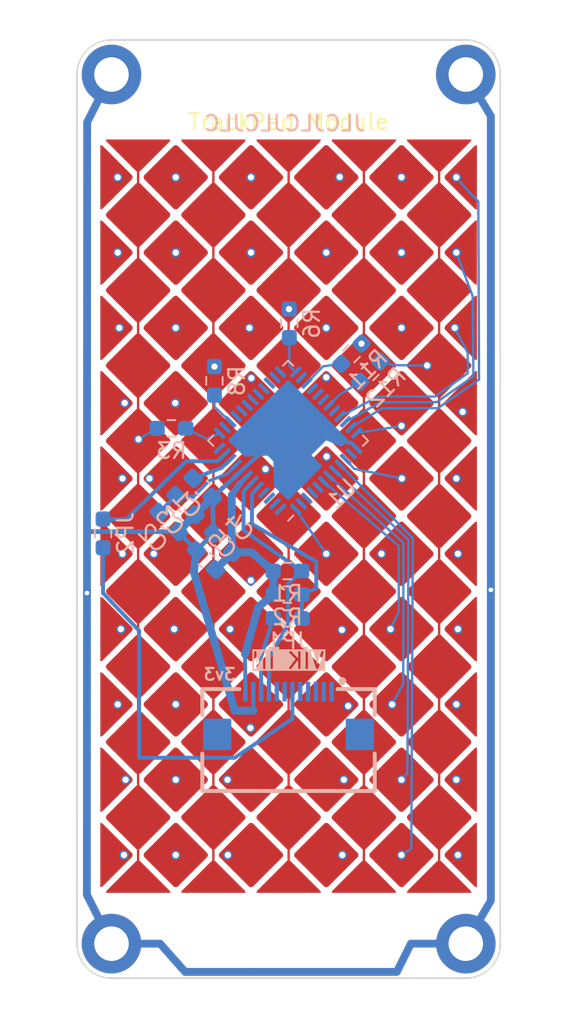
<source format=kicad_pcb>
(kicad_pcb (version 20221018) (generator pcbnew)
  (layers (0 "F.Cu" signal) (1 "In1.Cu" signal) (2 "In2.Cu" signal) (31 "B.Cu" signal) (34 "B.Paste" user) (35 "F.Paste" user) (36 "B.SilkS" user "B.Silkscreen") (37 "F.SilkS" user "F.Silkscreen") (38 "B.Mask" user) (39 "F.Mask" user) (44 "Edge.Cuts" user))
  (net 0 "")
  (net 1 "NRST")
  (net 2 "GND")
  (net 3 "Net-(U1-VREG)")
  (net 4 "EXT_VCC")
  (net 5 "SCL")
  (net 6 "SDA")
  (net 7 "RX0")
  (net 8 "RX2")
  (net 9 "RX6")
  (net 10 "RX8")
  (net 11 "RX1")
  (net 12 "RX3")
  (net 13 "RX5")
  (net 14 "RX7")
  (net 15 "RX9")
  (net 16 "TX14")
  (net 17 "PGM")
  (net 18 "SW_IN")
  (net 19 "RDY")
  (net 20 "RFIN")
  (net 31 "TX0")
  (net 32 "TX1")
  (net 33 "TX2")
  (net 34 "TX3")
  (net 36 "TX4")
  (net 37 "TX5")
  (net 38 "TX6")
  (net 39 "TX7")
  (net 40 "TX8")
  (net 41 "TX9")
  (net 42 "TX10")
  (net 43 "TX11")
  (net 44 "TX12")
  (net 45 "TX13")
  (net 46 "RX0_r")
  (net 47 "RX4")
  (net 48 "RX6_r")
  (net 49 "RX1_r")
  (net 50 "RX7_r")
  (net 51 "RX9_r")
  (net 59 "Net-(J2-GP_AD1)")
  (net 60 "Net-(J2-SDA)")
  (footprint "trackpad_sensors:diamondP3.0" (layer "F.Cu") (at 51.415281 54.55)
    (fp_text reference "27" hide)
    (fp_text value "diamondP3.0")
  )
  (footprint "trackpad_sensors:diamondP3.0" (layer "F.Cu") (at 49.015281 71.35)
    (fp_text reference "41" hide)
    (fp_text value "diamondP3.0")
  )
  (footprint "trackpad_sensors:diamondP3.0" (layer "F.Cu") (at 56.215281 59.35)
    (fp_text reference "33" hide)
    (fp_text value "diamondP3.0")
  )
  (footprint "trackpad_sensors:diamondP3.0" (layer "F.Cu") (at 53.815281 28.15)
    (fp_text reference "57" hide)
    (fp_text value "diamondP3.0")
  )
  (footprint "trackpad_sensors:diamondP3.0" (layer "F.Cu") (at 61.015281 68.95)
    (fp_text reference "44" hide)
    (fp_text value "diamondP3.0")
  )
  (footprint "trackpad_sensors:diamondP3.0" (layer "F.Cu") (at 44.215281 71.35)
    (fp_text reference "40" hide)
    (fp_text value "diamondP3.0")
  )
  (footprint "trackpad_sensors:diamondP3.0" (layer "F.Cu") (at 46.615281 59.35)
    (fp_text reference "31" hide)
    (fp_text value "diamondP3.0")
  )
  (footprint "trackpad_sensors:edge_diamondP3" (layer "F.Cu") (at 63.415281 61.75)
    (fp_text reference "REF**19" hide)
    (fp_text value "edge_diamondP3")
  )
  (footprint "trackpad_sensors:diamondP3.0" (layer "F.Cu") (at 41.815281 49.75)
    (fp_text reference "20" hide)
    (fp_text value "diamondP3.0")
  )
  (footprint "trackpad_sensors:diamondP3.0" (layer "F.Cu") (at 49.015281 42.55)
    (fp_text reference "11" hide)
    (fp_text value "diamondP3.0")
  )
  (footprint "trackpad_sensors:edge_diamondP3" (layer "F.Cu") (at 39.415281 56.95 180)
    (fp_text reference "REF**5" hide)
    (fp_text value "edge_diamondP3")
  )
  (footprint "trackpad_sensors:edge_diamondP3" (layer "F.Cu") (at 41.815281 25.75 90)
    (fp_text reference "REF**" hide)
    (fp_text value "edge_diamondP3")
  )
  (footprint "trackpad_sensors:edge_diamondP3" (layer "F.Cu") (at 63.415281 56.95)
    (fp_text reference "REF**18" hide)
    (fp_text value "edge_diamondP3")
  )
  (footprint "trackpad_sensors:diamondP3.0" (layer "F.Cu") (at 53.815281 42.55)
    (fp_text reference "12" hide)
    (fp_text value "diamondP3.0")
  )
  (footprint "trackpad_sensors:diamondP3.0" (layer "F.Cu") (at 56.215281 40.15)
    (fp_text reference "13" hide)
    (fp_text value "diamondP3.0")
  )
  (footprint "trackpad_sensors:diamondP3.0" (layer "F.Cu") (at 56.215281 49.75)
    (fp_text reference "23" hide)
    (fp_text value "diamondP3.0")
  )
  (footprint "trackpad_sensors:edge_diamondP3" (layer "F.Cu") (at 39.415281 47.35 180)
    (fp_text reference "REF**3" hide)
    (fp_text value "edge_diamondP3")
  )
  (footprint "trackpad_sensors:diamondP3.0" (layer "F.Cu") (at 49.015281 32.95)
    (fp_text reference "1" hide)
    (fp_text value "diamondP3.0")
  )
  (footprint "trackpad_sensors:diamondP3.0" (layer "F.Cu") (at 51.415281 59.35)
    (fp_text reference "32" hide)
    (fp_text value "diamondP3.0")
  )
  (footprint "trackpad_sensors:diamondP3.0" (layer "F.Cu") (at 58.615281 28.15)
    (fp_text reference "58" hide)
    (fp_text value "diamondP3.0")
  )
  (footprint "trackpad_sensors:edge_diamondP3" (layer "F.Cu") (at 46.615281 73.75 -90)
    (fp_text reference "REF**28" hide)
    (fp_text value "edge_diamondP3")
  )
  (footprint "trackpad_sensors:diamondP3.0" (layer "F.Cu") (at 46.615281 40.15)
    (fp_text reference "11" hide)
    (fp_text value "diamondP3.0")
  )
  (footprint "trackpad_sensors:edge_diamondP3" (layer "F.Cu") (at 63.415281 52.15)
    (fp_text reference "REF**17" hide)
    (fp_text value "edge_diamondP3")
  )
  (footprint "trackpad_sensors:diamondP3.0" (layer "F.Cu") (at 44.215281 42.55)
    (fp_text reference "10" hide)
    (fp_text value "diamondP3.0")
  )
  (footprint "trackpad_sensors:diamondP3.0" (layer "F.Cu") (at 44.215281 66.55)
    (fp_text reference "35" hide)
    (fp_text value "diamondP3.0")
  )
  (footprint "trackpad_sensors:edge_diamondP3" (layer "F.Cu") (at 56.215281 73.75 -90)
    (fp_text reference "REF**26" hide)
    (fp_text value "edge_diamondP3")
  )
  (footprint "trackpad_sensors:diamondP3.0" (layer "F.Cu") (at 58.615281 32.95)
    (fp_text reference "3" hide)
    (fp_text value "diamondP3.0")
  )
  (footprint "trackpad_sensors:diamondP3.0" (layer "F.Cu") (at 56.215281 35.35)
    (fp_text reference "8" hide)
    (fp_text value "diamondP3.0")
  )
  (footprint "trackpad_sensors:diamondP3.0" (layer "F.Cu") (at 49.015281 61.75)
    (fp_text reference "31" hide)
    (fp_text value "diamondP3.0")
  )
  (footprint "trackpad_sensors:diamondP3.0" (layer "F.Cu") (at 51.415281 35.35)
    (fp_text reference "7" hide)
    (fp_text value "diamondP3.0")
  )
  (footprint "trackpad_sensors:diamondP3.0" (layer "F.Cu") (at 58.615281 61.75)
    (fp_text reference "33" hide)
    (fp_text value "diamondP3.0")
  )
  (footprint "trackpad_sensors:edge_diamondP3" (layer "F.Cu") (at 63.415281 28.15)
    (fp_text reference "REF**" hide)
    (fp_text value "edge_diamondP3")
  )
  (footprint "trackpad_sensors:diamondP3.0" (layer "F.Cu") (at 44.215281 32.95)
    (fp_text reference "" hide)
    (fp_text value "diamondP3.0")
  )
  (footprint "trackpad_sensors:diamondP3.0" (layer "F.Cu") (at 56.215281 54.55)
    (fp_text reference "28" hide)
    (fp_text value "diamondP3.0")
  )
  (footprint "trackpad_sensors:diamondP3.0" (layer "F.Cu") (at 61.015281 44.95)
    (fp_text reference "19" hide)
    (fp_text value "diamondP3.0")
  )
  (footprint "trackpad_sensors:diamondP3.0" (layer "F.Cu") (at 53.815281 32.95)
    (fp_text reference "2" hide)
    (fp_text value "diamondP3.0")
  )
  (footprint "" (layer "F.Cu") (at 42.915281 20.299714)
    (fp_text reference "")
    (fp_text value "")
  )
  (footprint "MountingHole:MountingHole_2.2mm_M2_DIN965_Pad" (layer "F.Cu") (at 62.715281 21.599714)
    (fp_text reference "H3" hide)
    (fp_text value "MountingHole_Pad")
  )
  (footprint "trackpad_sensors:diamondP3.0" (layer "F.Cu") (at 49.015281 28.15)
    (fp_text reference "56" hide)
    (fp_text value "diamondP3.0")
  )
  (footprint "trackpad_sensors:diamondP3.0" (layer "F.Cu") (at 51.415281 49.75)
    (fp_text reference "22" hide)
    (fp_text value "diamondP3.0")
  )
  (footprint "trackpad_sensors:diamondP3.0" (layer "F.Cu") (at 49.015281 47.35)
    (fp_text reference "16" hide)
    (fp_text value "diamondP3.0")
  )
  (footprint "trackpad_sensors:edge_diamondP3" (layer "F.Cu") (at 56.215281 25.75 90)
    (fp_text reference "REF**28" hide)
    (fp_text value "edge_diamondP3")
  )
  (footprint "trackpad_sensors:diamondP3.0" (layer "F.Cu") (at 56.215281 30.55)
    (fp_text reference "3" hide)
    (fp_text value "diamondP3.0")
  )
  (footprint "trackpad_sensors:diamondP3.0" (layer "F.Cu") (at 61.015281 35.35)
    (fp_text reference "9" hide)
    (fp_text value "diamondP3.0")
  )
  (footprint "MountingHole:MountingHole_2.2mm_M2_DIN965_Pad" (layer "F.Cu") (at 40.115281 21.599714)
    (fp_text reference "H2" hide)
    (fp_text value "MountingHole_Pad")
  )
  (footprint "trackpad_sensors:diamondP3.0" (layer "F.Cu") (at 58.615281 47.35)
    (fp_text reference "18" hide)
    (fp_text value "diamondP3.0")
  )
  (footprint "trackpad_sensors:edge_diamondP3" (layer "F.Cu") (at 61.015281 73.75 -90)
    (fp_text reference "REF**" hide)
    (fp_text value "edge_diamondP3")
  )
  (footprint "trackpad_sensors:diamondP3.0" (layer "F.Cu") (at 61.015281 64.15)
    (fp_text reference "39" hide)
    (fp_text value "diamondP3.0")
  )
  (footprint "trackpad_sensors:diamondP3.0" (layer "F.Cu") (at 53.815281 37.75)
    (fp_text reference "7" hide)
    (fp_text value "diamondP3.0")
  )
  (footprint "trackpad_sensors:edge_diamondP3" (layer "F.Cu") (at 39.415281 71.35 180)
    (fp_text reference "REF**12" hide)
    (fp_text value "edge_diamondP3")
  )
  (footprint "" (layer "F.Cu") (at 42.79196 78.337026)
    (fp_text reference "")
    (fp_text value "")
  )
  (footprint "trackpad_sensors:diamondP3.0" (layer "F.Cu") (at 58.615281 56.95)
    (fp_text reference "28" hide)
    (fp_text value "diamondP3.0")
  )
  (footprint "trackpad_sensors:diamondP3.0" (layer "F.Cu") (at 46.615281 30.55)
    (fp_text reference "1" hide)
    (fp_text value "diamondP3.0")
  )
  (footprint "trackpad_sensors:edge_diamondP3" (layer "F.Cu") (at 63.415281 42.55)
    (fp_text reference "REF**15" hide)
    (fp_text value "edge_diamondP3")
  )
  (footprint "trackpad_sensors:diamondP3.0" (layer "F.Cu") (at 51.415281 30.55)
    (fp_text reference "2" hide)
    (fp_text value "diamondP3.0")
  )
  (footprint "trackpad_sensors:diamondP3.0" (layer "F.Cu") (at 41.815281 30.55)
    (fp_text reference "" hide)
    (fp_text value "diamondP3.0")
  )
  (footprint "trackpad_sensors:diamondP3.0" (layer "F.Cu") (at 46.615281 49.75)
    (fp_text reference "21" hide)
    (fp_text value "diamondP3.0")
  )
  (footprint "MountingHole:MountingHole_2.2mm_M2_DIN965_Pad" (layer "F.Cu") (at 62.715281 76.999714)
    (fp_text reference "H5" hide)
    (fp_text value "MountingHole_Pad")
  )
  (footprint "" (layer "F.Cu") (at 60.115281 78.399714)
    (fp_text reference "")
    (fp_text value "")
  )
  (footprint "trackpad_sensors:diamondP3.0" (layer "F.Cu") (at 44.215281 28.15)
    (fp_text reference "55" hide)
    (fp_text value "diamondP3.0")
  )
  (footprint "trackpad_sensors:diamondP3.0" (layer "F.Cu") (at 44.215281 56.95)
    (fp_text reference "25" hide)
    (fp_text value "diamondP3.0")
  )
  (footprint "trackpad_sensors:diamondP3.0" (layer "F.Cu") (at 56.215281 68.95)
    (fp_text reference "43" hide)
    (fp_text value "diamondP3.0")
  )
  (footprint "trackpad_sensors:diamondP3.0" (layer "F.Cu") (at 46.615281 54.55)
    (fp_text reference "26" hide)
    (fp_text value "diamondP3.0")
  )
  (footprint "MountingHole:MountingHole_2.2mm_M2_DIN965_Pad" (layer "F.Cu") (at 40.115281 76.999714)
    (fp_text reference "H4" hide)
    (fp_text value "MountingHole_Pad")
  )
  (footprint "trackpad_sensors:diamondP3.0" (layer "F.Cu") (at 49.015281 37.75)
    (fp_text reference "6" hide)
    (fp_text value "diamondP3.0")
  )
  (footprint "trackpad_sensors:diamondP3.0" (layer "F.Cu") (at 41.815281 64.15)
    (fp_text reference "35" hide)
    (fp_text value "diamondP3.0")
  )
  (footprint "trackpad_sensors:diamondP3.0" (layer "F.Cu") (at 56.215281 44.95)
    (fp_text reference "18" hide)
    (fp_text value "diamondP3.0")
  )
  (footprint "trackpad_sensors:edge_diamondP3" (layer "F.Cu") (at 39.415281 42.55 180)
    (fp_text reference "REF**2" hide)
    (fp_text value "edge_diamondP3")
  )
  (footprint "trackpad_sensors:edge_diamondP3" (layer "F.Cu") (at 63.415281 47.35)
    (fp_text reference "REF**16" hide)
    (fp_text value "edge_diamondP3")
  )
  (footprint "trackpad_sensors:edge_diamondP3" (layer "F.Cu") (at 41.815281 73.75 -90)
    (fp_text reference "REF**29" hide)
    (fp_text value "edge_diamondP3")
  )
  (footprint "trackpad_sensors:diamondP3.0" (layer "F.Cu") (at 51.415281 64.15)
    (fp_text reference "37" hide)
    (fp_text value "diamondP3.0")
  )
  (footprint "trackpad_sensors:diamondP3.0" (layer "F.Cu") (at 58.615281 52.15)
    (fp_text reference "23" hide)
    (fp_text value "diamondP3.0")
  )
  (footprint "trackpad_sensors:edge_diamondP3" (layer "F.Cu") (at 51.415281 73.75 -90)
    (fp_text reference "REF**27" hide)
    (fp_text value "edge_diamondP3")
  )
  (footprint "trackpad_sensors:edge_diamondP3" (layer "F.Cu") (at 39.415281 32.95 180)
    (fp_text reference "REF**" hide)
    (fp_text value "edge_diamondP3")
  )
  (footprint "trackpad_sensors:edge_diamondP3" (layer "F.Cu") (at 46.615281 25.75 90)
    (fp_text reference "REF**26" hide)
    (fp_text value "edge_diamondP3")
  )
  (footprint "trackpad_sensors:diamondP3.0" (layer "F.Cu") (at 61.015281 59.35)
    (fp_text reference "34" hide)
    (fp_text value "diamondP3.0")
  )
  (footprint "trackpad_sensors:diamondP3.0" (layer "F.Cu") (at 53.815281 47.35)
    (fp_text reference "17" hide)
    (fp_text value "diamondP3.0")
  )
  (footprint "trackpad_sensors:diamondP3.0" (layer "F.Cu") (at 58.615281 42.55)
    (fp_text reference "13" hide)
    (fp_text value "diamondP3.0")
  )
  (footprint "trackpad_sensors:diamondP3.0" (layer "F.Cu") (at 41.815281 68.95)
    (fp_text reference "40" hide)
    (fp_text value "diamondP3.0")
  )
  (footprint "trackpad_sensors:edge_diamondP3" (layer "F.Cu") (at 39.415281 61.75 180)
    (fp_text reference "REF**6" hide)
    (fp_text value "edge_diamondP3")
  )
  (footprint "trackpad_sensors:edge_diamondP3" (layer "F.Cu") (at 39.415281 28.15 180)
    (fp_text reference "REF**" hide)
    (fp_text value "edge_diamondP3")
  )
  (footprint "trackpad_sensors:diamondP3.0" (layer "F.Cu") (at 49.015281 66.55)
    (fp_text reference "36" hide)
    (fp_text value "diamondP3.0")
  )
  (footprint "trackpad_sensors:edge_diamondP3" (layer "F.Cu") (at 39.415281 52.15 180)
    (fp_text reference "REF**4" hide)
    (fp_text value "edge_diamondP3")
  )
  (footprint "trackpad_sensors:edge_diamondP3" (layer "F.Cu") (at 61.015281 25.75 90)
    (fp_text reference "REF**29" hide)
    (fp_text value "edge_diamondP3")
  )
  (footprint "trackpad_sensors:diamondP3.0" (layer "F.Cu") (at 61.015281 40.15)
    (fp_text reference "14" hide)
    (fp_text value "diamondP3.0")
  )
  (footprint "trackpad_sensors:diamondP3.0" (layer "F.Cu") (at 41.815281 40.15)
    (fp_text reference "10" hide)
    (fp_text value "diamondP3.0")
  )
  (footprint "trackpad_sensors:diamondP3.0" (layer "F.Cu") (at 44.215281 52.15)
    (fp_text reference "20" hide)
    (fp_text value "diamondP3.0")
  )
  (footprint "trackpad_sensors:diamondP3.0" (layer "F.Cu") (at 44.215281 37.75)
    (fp_text reference "5" hide)
    (fp_text value "diamondP3.0")
  )
  (footprint "trackpad_sensors:edge_diamondP3" (layer "F.Cu") (at 63.415281 71.35)
    (fp_text reference "REF**25" hide)
    (fp_text value "edge_diamondP3")
  )
  (footprint "trackpad_sensors:diamondP3.0" (layer "F.Cu") (at 58.615281 66.55)
    (fp_text reference "38" hide)
    (fp_text value "diamondP3.0")
  )
  (footprint "trackpad_sensors:diamondP3.0" (layer "F.Cu") (at 58.615281 71.35)
    (fp_text reference "43" hide)
    (fp_text value "diamondP3.0")
  )
  (footprint "trackpad_sensors:diamondP3.0" (layer "F.Cu") (at 53.815281 66.55)
    (fp_text reference "37" hide)
    (fp_text value "diamondP3.0")
  )
  (footprint "trackpad_sensors:diamondP3.0" (layer "F.Cu") (at 46.615281 68.95)
    (fp_text reference "41" hide)
    (fp_text value "diamondP3.0")
  )
  (footprint "trackpad_sensors:diamondP3.0" (layer "F.Cu") (at 49.015281 56.95)
    (fp_text reference "26" hide)
    (fp_text value "diamondP3.0")
  )
  (footprint "trackpad_sensors:diamondP3.0" (layer "F.Cu") (at 61.015281 54.55)
    (fp_text reference "29" hide)
    (fp_text value "diamondP3.0")
  )
  (footprint "trackpad_sensors:diamondP3.0" (layer "F.Cu") (at 61.015281 49.75)
    (fp_text reference "24" hide)
    (fp_text value "diamondP3.0")
  )
  (footprint "trackpad_sensors:edge_diamondP3" (layer "F.Cu") (at 63.415281 32.95)
    (fp_text reference "REF**13" hide)
    (fp_text value "edge_diamondP3")
  )
  (footprint "trackpad_sensors:diamondP3.0" (layer "F.Cu") (at 41.815281 54.55)
    (fp_text reference "25" hide)
    (fp_text value "diamondP3.0")
  )
  (footprint "trackpad_sensors:diamondP3.0" (layer "F.Cu") (at 46.615281 35.35)
    (fp_text reference "6" hide)
    (fp_text value "diamondP3.0")
  )
  (footprint "trackpad_sensors:diamondP3.0" (layer "F.Cu") (at 53.815281 52.15)
    (fp_text reference "22" hide)
    (fp_text value "diamondP3.0")
  )
  (footprint "trackpad_sensors:diamondP3.0" (layer "F.Cu") (at 41.815281 59.35)
    (fp_text reference "30" hide)
    (fp_text value "diamondP3.0")
  )
  (footprint "trackpad_sensors:diamondP3.0" (layer "F.Cu") (at 53.815281 56.95)
    (fp_text reference "27" hide)
    (fp_text value "diamondP3.0")
  )
  (footprint "trackpad_sensors:diamondP3.0" (layer "F.Cu") (at 44.215281 47.35)
    (fp_text reference "15" hide)
    (fp_text value "diamondP3.0")
  )
  (footprint "trackpad_sensors:diamondP3.0" (layer "F.Cu") (at 46.615281 44.95)
    (fp_text reference "16" hide)
    (fp_text value "diamondP3.0")
  )
  (footprint "trackpad_sensors:diamondP3.0" (layer "F.Cu") (at 41.815281 44.95)
    (fp_text reference "15" hide)
    (fp_text value "diamondP3.0")
  )
  (footprint "trackpad_sensors:edge_diamondP3" (layer "F.Cu") (at 39.415281 37.75 180)
    (fp_text reference "REF**1" hide)
    (fp_text value "edge_diamondP3")
  )
  (footprint "trackpad_sensors:diamondP3.0" (layer "F.Cu") (at 61.015281 30.55)
    (fp_text reference "4" hide)
    (fp_text value "diamondP3.0")
  )
  (footprint "trackpad_sensors:diamondP3.0" (layer "F.Cu") (at 44.215281 61.75)
    (fp_text reference "30" hide)
    (fp_text value "diamondP3.0")
  )
  (footprint "trackpad_sensors:edge_diamondP3" (layer "F.Cu") (at 63.415281 66.55)
    (fp_text reference "REF**20" hide)
    (fp_text value "edge_diamondP3")
  )
  (footprint "trackpad_sensors:edge_diamondP3" (layer "F.Cu") (at 51.415281 25.75 90)
    (fp_text reference "REF**27" hide)
    (fp_text value "edge_diamondP3")
  )
  (footprint "trackpad_sensors:diamondP3.0" (layer "F.Cu") (at 46.615281 64.15)
    (fp_text reference "36" hide)
    (fp_text value "diamondP3.0")
  )
  (footprint "trackpad_sensors:diamondP3.0" (layer "F.Cu") (at 58.615281 37.75)
    (fp_text reference "8" hide)
    (fp_text value "diamondP3.0")
  )
  (footprint "trackpad_sensors:diamondP3.0" (layer "F.Cu") (at 56.215281 64.15)
    (fp_text reference "38" hide)
    (fp_text value "diamondP3.0")
  )
  (footprint "trackpad_sensors:diamondP3.0" (layer "F.Cu") (at 53.815281 61.75)
    (fp_text reference "32" hide)
    (fp_text value "diamondP3.0")
  )
  (footprint "trackpad_sensors:diamondP3.0" (layer "F.Cu") (at 53.815281 71.35)
    (fp_text reference "42" hide)
    (fp_text value "diamondP3.0")
  )
  (footprint "trackpad_sensors:diamondP3.0" (layer "F.Cu") (at 51.415281 68.95)
    (fp_text reference "42" hide)
    (fp_text value "diamondP3.0")
  )
  (footprint "trackpad_sensors:diamondP3.0" (layer "F.Cu") (at 51.415281 40.15)
    (fp_text reference "12" hide)
    (fp_text value "diamondP3.0")
  )
  (footprint "trackpad_sensors:diamondP3.0" (layer "F.Cu") (at 51.415281 44.95)
    (fp_text reference "17" hide)
    (fp_text value "diamondP3.0")
  )
  (footprint "trackpad_sensors:edge_diamondP3" (layer "F.Cu") (at 63.415281 37.75)
    (fp_text reference "REF**14" hide)
    (fp_text value "edge_diamondP3")
  )
  (footprint "trackpad_sensors:diamondP3.0" (layer "F.Cu") (at 49.015281 52.15)
    (fp_text reference "21" hide)
    (fp_text value "diamondP3.0")
  )
  (footprint "trackpad_sensors:diamondP3.0" (layer "F.Cu") (at 41.815281 35.35)
    (fp_text reference "5" hide)
    (fp_text value "diamondP3.0")
  )
  (footprint "trackpad_sensors:edge_diamondP3" (layer "F.Cu") (at 39.415281 66.55 180)
    (fp_text reference "REF**7" hide)
    (fp_text value "edge_diamondP3")
  )
  (footprint "Capacitor_SMD:C_0603_1608Metric_Pad1.08x0.95mm_HandSolder" (layer "B.Cu") (at 46.138427 52.55 135)
    (fp_text reference "C5")
    (fp_text value "4.7u")
  )
  (footprint "Capacitor_SMD:C_0603_1608Metric_Pad1.08x0.95mm_HandSolder" (layer "B.Cu") (at 47.238427 51.45 135)
    (fp_text reference "C4")
    (fp_text value "100p")
  )
  (footprint "Resistor_SMD:R_0603_1608Metric_Pad0.98x0.95mm_HandSolder" (layer "B.Cu") (at 51.46114 37.458057 90)
    (fp_text reference "R6")
    (fp_text value "1k")
  )
  (footprint "Resistor_SMD:R_0603_1608Metric_Pad0.98x0.95mm_HandSolder" (layer "B.Cu") (at 46.682675 41.127038 90)
    (fp_text reference "R8")
    (fp_text value "1k")
  )
  (footprint "Resistor_SMD:R_0603_1608Metric_Pad0.98x0.95mm_HandSolder" (layer "B.Cu") (at 43.938427 44.15)
    (fp_text reference "R3")
    (fp_text value "1k")
  )
  (footprint "Capacitor_SMD:C_0603_1608Metric_Pad1.08x0.95mm_HandSolder" (layer "B.Cu") (at 44.838427 49.05 -45)
    (fp_text reference "C3")
    (fp_text value "470n")
  )
  (footprint "Resistor_SMD:R_0603_1608Metric_Pad0.98x0.95mm_HandSolder" (layer "B.Cu") (at 51.349647 56.271359)
    (fp_text reference "JP1")
    (fp_text value "SolderJumper_2_Open")
  )
  (footprint "Package_DFN_QFN:QFN-48-1EP_7x7mm_P0.5mm_EP5.6x5.6mm" (layer "B.Cu") (at 51.382675 44.937089 45)
    (fp_text reference "U1")
    (fp_text value "~")
  )
  (footprint "Resistor_SMD:R_0603_1608Metric_Pad0.98x0.95mm_HandSolder" (layer "B.Cu") (at 39.576854 50.849714 90)
    (fp_text reference "JP2")
    (fp_text value "SolderJumper_2_Open")
  )
  (footprint "Resistor_SMD:R_0603_1608Metric_Pad0.98x0.95mm_HandSolder" (layer "B.Cu") (at 51.338427 54.749714)
    (fp_text reference "R2")
    (fp_text value "4.7k")
  )
  (footprint "Capacitor_SMD:C_0603_1608Metric_Pad1.08x0.95mm_HandSolder" (layer "B.Cu") (at 45.938427 47.95 -45)
    (fp_text reference "C1")
    (fp_text value "100n")
  )
  (footprint "Capacitor_SMD:C_0603_1608Metric_Pad1.08x0.95mm_HandSolder" (layer "B.Cu") (at 43.763032 50.128418 -45)
    (fp_text reference "C2")
    (fp_text value "100p")
  )
  (footprint "Resistor_SMD:R_0603_1608Metric_Pad0.98x0.95mm_HandSolder" (layer "B.Cu") (at 56.61528 40.543962 45)
    (fp_text reference "R12")
    (fp_text value "1k")
  )
  (footprint "Resistor_SMD:R_0603_1608Metric_Pad0.98x0.95mm_HandSolder" (layer "B.Cu") (at 55.415281 39.399714 45)
    (fp_text reference "R11")
    (fp_text value "1k")
  )
  (footprint "cust_fp:vik-module-connector-horizontal" (layer "B.Cu") (at 51.408051 62.973043 180)
    (fp_text reference "J2" hide)
    (fp_text value "vik-module-connector")
  )
  (footprint "Resistor_SMD:R_0603_1608Metric_Pad0.98x0.95mm_HandSolder" (layer "B.Cu") (at 51.338427 53.25)
    (fp_text reference "R1")
    (fp_text value "4.7k")
  )
  (gr_arc (start 37.915281 21.599714) (mid 38.559638 20.044054) (end 40.115281 19.399714) (stroke (width 0.1)) (layer "Edge.Cuts"))
  (gr_line (start 37.915281 76.998398) (end 37.915281 21.599714) (stroke (width 0.1)) (layer "Edge.Cuts"))
  (gr_line (start 40.115281 19.399714) (end 62.715281 19.399714) (stroke (width 0.1)) (layer "Edge.Cuts"))
  (gr_arc (start 62.715281 19.399714) (mid 64.270941 20.044064) (end 64.915281 21.599714) (stroke (width 0.1)) (layer "Edge.Cuts"))
  (gr_line (start 64.915281 21.599714) (end 64.915281 76.998398) (stroke (width 0.1)) (layer "Edge.Cuts"))
  (gr_line (start 62.715281 79.198398) (end 40.115281 79.198398) (stroke (width 0.1)) (layer "Edge.Cuts"))
  (gr_arc (start 40.115281 79.198398) (mid 38.559677 78.554017) (end 37.915281 76.998398) (stroke (width 0.1)) (layer "Edge.Cuts"))
  (gr_arc (start 64.915281 76.998398) (mid 64.270914 78.554018) (end 62.715281 79.198398) (stroke (width 0.1)) (layer "Edge.Cuts"))
  (gr_text "JLCJLCJLCJLC\n" (at 56.415281 25.299714) (layer "B.SilkS") (effects (font (size 1 1)) (justify left bottom mirror)))
  (gr_text "TrackPad Module\n" (at 51.415281 25.199714) (layer "F.SilkS") (effects (font (size 1 1)) (justify bottom)))
  (segment (start 47.133699 46.673616) (end 45.328547 47.34012) (width 0.25) (layer "B.Cu") (net 1))
  (segment (start 47.714559 46.130332) (end 47.133699 46.673616) (width 0.25) (layer "B.Cu") (net 1))
  (via (at 64.315281 54.45) (size 0.45) (drill 0.3) (layers "F.Cu" "B.Cu") (net 2))
  (via (at 38.552795 54.65) (size 0.45) (drill 0.3) (layers "F.Cu" "B.Cu") (net 2))
  (segment (start 48.421665 46.837438) (end 46.548307 48.55988) (width 0.3) (layer "B.Cu") (net 2))
  (segment (start 40.115281 76.999714) (end 38.801152 74.387275) (width 0.5) (layer "B.Cu") (net 2))
  (segment (start 38.549428 65.249714) (end 38.546686 73.881405) (width 0.5) (layer "B.Cu") (net 2))
  (segment (start 64.315281 24.25) (end 62.715281 21.599714) (width 0.5) (layer "B.Cu") (net 2))
  (segment (start 47.976854 62.149714) (end 45.376854 53.349714) (width 0.5) (layer "B.Cu") (net 2))
  (segment (start 46.628547 50.84012) (end 45.528547 51.94012) (width 0.3) (layer "B.Cu") (net 2))
  (segment (start 58.315281 78.799714) (end 59.215281 76.999714) (width 0.5) (layer "B.Cu") (net 2))
  (segment (start 54.838427 44.9941) (end 54.538427 44.95) (width 0.25) (layer "B.Cu") (net 2))
  (segment (start 64.315281 54.45) (end 64.315281 74.25) (width 0.5) (layer "B.Cu") (net 2))
  (segment (start 38.554038 50.736082) (end 38.562321 24.664472) (width 0.5) (layer "B.Cu") (net 2))
  (segment (start 38.552795 54.65) (end 38.549428 65.249714) (width 0.5) (layer "B.Cu") (net 2))
  (segment (start 38.546686 73.881405) (end 38.801152 74.387275) (width 0.5) (layer "B.Cu") (net 2))
  (segment (start 38.570944 24.622613) (end 40.115281 21.599714) (width 0.5) (layer "B.Cu") (net 2))
  (segment (start 49.158051 60.935043) (end 49.176854 62.149714) (width 0.25) (layer "B.Cu") (net 2))
  (segment (start 48.838427 78.799714) (end 44.815281 78.799714) (width 0.5) (layer "B.Cu") (net 2))
  (segment (start 44.372912 50.738298) (end 38.554038 50.736082) (width 0.3) (layer "B.Cu") (net 2))
  (segment (start 64.315281 74.25) (end 62.715281 76.999714) (width 0.5) (layer "B.Cu") (net 2))
  (segment (start 46.548307 48.55988) (end 46.628547 50.84012) (width 0.3) (layer "B.Cu") (net 2))
  (segment (start 45.376854 53.349714) (end 45.528547 51.94012) (width 0.5) (layer "B.Cu") (net 2))
  (segment (start 54.838427 44.9941) (end 52.372624 43.240033) (width 0.25) (layer "B.Cu") (net 2))
  (segment (start 52.372624 43.240033) (end 48.421665 46.837438) (width 0.25) (layer "B.Cu") (net 2))
  (segment (start 49.176854 62.149714) (end 47.976854 62.149714) (width 0.5) (layer "B.Cu") (net 2))
  (segment (start 59.215281 76.999714) (end 62.715281 76.999714) (width 0.5) (layer "B.Cu") (net 2))
  (segment (start 38.562321 24.664472) (end 38.570944 24.622613) (width 0.5) (layer "B.Cu") (net 2))
  (segment (start 64.315281 54.45) (end 64.315281 24.25) (width 0.5) (layer "B.Cu") (net 2))
  (segment (start 48.838427 78.799714) (end 49.176854 78.799714) (width 0.5) (layer "B.Cu") (net 2))
  (segment (start 49.176854 78.799714) (end 58.315281 78.799714) (width 0.5) (layer "B.Cu") (net 2))
  (segment (start 38.552795 54.65) (end 38.554038 50.736082) (width 0.5) (layer "B.Cu") (net 2))
  (segment (start 45.528547 51.94012) (end 44.372912 50.738298) (width 0.3) (layer "B.Cu") (net 2))
  (segment (start 44.815281 78.799714) (end 43.215281 76.999714) (width 0.5) (layer "B.Cu") (net 2))
  (segment (start 55.412667 45.078512) (end 54.838427 44.9941) (width 0.25) (layer "B.Cu") (net 2))
  (segment (start 55.757898 45.423225) (end 55.412667 45.078512) (width 0.25) (layer "B.Cu") (net 2))
  (segment (start 43.215281 76.999714) (end 40.115281 76.999714) (width 0.5) (layer "B.Cu") (net 2))
  (segment (start 44.372912 50.738298) (end 46.548307 48.55988) (width 0.5) (layer "B.Cu") (net 2))
  (segment (start 45.331506 48.52789) (end 46.355684 47.493923) (width 0.2) (layer "B.Cu") (net 3))
  (segment (start 44.228547 48.44012) (end 45.331506 48.52789) (width 0.25) (layer "B.Cu") (net 3))
  (segment (start 46.355684 47.493923) (end 47.510675 47.0506) (width 0.2) (layer "B.Cu") (net 3))
  (segment (start 43.153152 49.518538) (end 44.228547 48.44012) (width 0.25) (layer "B.Cu") (net 3))
  (segment (start 47.510675 47.0506) (end 48.068112 46.483885) (width 0.2) (layer "B.Cu") (net 3))
  (segment (start 48.775219 47.190992) (end 48.31099 47.659296) (width 0.3) (layer "B.Cu") (net 4))
  (segment (start 49.476854 55.549714) (end 50.425927 54.749714) (width 0.5) (layer "B.Cu") (net 4))
  (segment (start 48.658051 60.935043) (end 48.631516 58.543067) (width 0.25) (layer "B.Cu") (net 4))
  (segment (start 48.631516 58.543067) (end 49.476854 55.549714) (width 0.5) (layer "B.Cu") (net 4))
  (segment (start 48.31099 47.659296) (end 47.792714 48.385395) (width 0.4) (layer "B.Cu") (net 4))
  (segment (start 50.425927 53.25) (end 50.425927 54.749714) (width 0.5) (layer "B.Cu") (net 4))
  (segment (start 47.848307 52.05988) (end 46.748307 53.15988) (width 0.5) (layer "B.Cu") (net 4))
  (segment (start 49.038427 52.05) (end 47.848307 52.05988) (width 0.5) (layer "B.Cu") (net 4))
  (segment (start 47.776854 50.749714) (end 47.848307 52.05988) (width 0.5) (layer "B.Cu") (net 4))
  (segment (start 49.038427 52.05) (end 50.425927 53.25) (width 0.5) (layer "B.Cu") (net 4))
  (segment (start 47.792714 48.385395) (end 47.776854 50.749714) (width 0.5) (layer "B.Cu") (net 4))
  (segment (start 50.16017 58.792643) (end 51.376854 56.649714) (width 0.25) (layer "B.Cu") (net 5))
  (segment (start 51.376854 56.649714) (end 51.376854 54.049714) (width 0.25) (layer "B.Cu") (net 5))
  (segment (start 48.540294 48.178227) (end 48.538427 50.649714) (width 0.25) (layer "B.Cu") (net 5))
  (segment (start 49.128772 47.544545) (end 48.540294 48.178227) (width 0.25) (layer "B.Cu") (net 5))
  (segment (start 50.158051 60.935043) (end 50.16017 58.792643) (width 0.25) (layer "B.Cu") (net 5))
  (segment (start 51.376854 54.049714) (end 52.250927 53.25) (width 0.25) (layer "B.Cu") (net 5))
  (segment (start 48.538427 50.649714) (end 52.250927 53.25) (width 0.25) (layer "B.Cu") (net 5))
  (segment (start 49.482326 47.898099) (end 49.076854 48.349714) (width 0.25) (layer "B.Cu") (net 6))
  (segment (start 53.176854 54.349714) (end 52.250927 54.749714) (width 0.25) (layer "B.Cu") (net 6))
  (segment (start 49.076854 48.349714) (end 49.076854 50.249714) (width 0.25) (layer "B.Cu") (net 6))
  (segment (start 52.250927 54.749714) (end 52.262147 56.271359) (width 0.25) (layer "B.Cu") (net 6))
  (segment (start 49.076854 50.249714) (end 53.176854 52.649714) (width 0.25) (layer "B.Cu") (net 6))
  (segment (start 53.176854 52.649714) (end 53.176854 54.349714) (width 0.25) (layer "B.Cu") (net 6))
  (segment (start 41.815281 64.15) (end 41.815281 26.15) (width 0.15) (layer "F.Cu") (net 7))
  (segment (start 41.815281 73.35) (end 41.815281 68.95) (width 0.15) (layer "F.Cu") (net 7))
  (segment (start 41.815281 68.95) (end 41.815281 64.15) (width 0.15) (layer "F.Cu") (net 7))
  (via (at 41.838427 44.85) (size 0.6) (drill 0.4) (layers "F.Cu" "B.Cu") (net 7))
  (segment (start 43.025927 44.15) (end 41.882675 44.827038) (width 0.15) (layer "B.Cu") (net 7))
  (segment (start 51.415281 73.35) (end 51.415281 26.15) (width 0.15) (layer "F.Cu") (net 9))
  (via (at 51.438427 36.55) (size 0.6) (drill 0.4) (layers "F.Cu" "B.Cu") (net 9))
  (segment (start 51.438427 36.55) (end 51.463205 36.544098) (width 0.15) (layer "B.Cu") (net 9))
  (segment (start 51.46114 36.545557) (end 51.438427 36.55) (width 0.15) (layer "B.Cu") (net 9))
  (segment (start 46.615281 26.15) (end 46.615281 73.35) (width 0.15) (layer "F.Cu") (net 11))
  (via (at 46.682675 40.214538) (size 0.6) (drill 0.4) (layers "F.Cu" "B.Cu") (net 11))
  (segment (start 56.215281 26.15) (end 56.215281 73.35) (width 0.15) (layer "F.Cu") (net 14))
  (via (at 56.060516 38.754479) (size 0.6) (drill 0.4) (layers "F.Cu" "B.Cu") (net 14))
  (segment (start 60.251089 40.148835) (end 61.015281 40.15) (width 0.15) (layer "F.Cu") (net 15))
  (segment (start 61.015281 73.35) (end 61.015281 26.15) (width 0.15) (layer "F.Cu") (net 15))
  (via (at 60.251089 40.148835) (size 0.6) (drill 0.4) (layers "F.Cu" "B.Cu") (net 15))
  (segment (start 60.251089 40.148835) (end 58.115281 40.126051) (width 0.15) (layer "B.Cu") (net 15))
  (segment (start 58.115281 40.126051) (end 57.260515 39.898727) (width 0.15) (layer "B.Cu") (net 15))
  (segment (start 44.876854 46.249714) (end 41.776854 49.249714) (width 0.25) (layer "B.Cu") (net 19))
  (segment (start 41.076854 49.949714) (end 39.576854 49.937214) (width 0.25) (layer "B.Cu") (net 19))
  (segment (start 46.876854 46.249714) (end 44.876854 46.249714) (width 0.25) (layer "B.Cu") (net 19))
  (segment (start 47.361005 45.776778) (end 46.876854 46.249714) (width 0.25) (layer "B.Cu") (net 19))
  (segment (start 41.776854 49.249714) (end 41.076854 49.949714) (width 0.25) (layer "B.Cu") (net 19))
  (via (at 48.915281 37.75) (size 0.6) (drill 0.4) (layers "F.Cu" "B.Cu") (net 31))
  (via (at 58.615281 37.75) (size 0.6) (drill 0.4) (layers "F.Cu" "B.Cu") (net 31))
  (via (at 53.815281 37.75) (size 0.6) (drill 0.4) (layers "F.Cu" "B.Cu") (net 31))
  (via (at 62.015281 37.75) (size 0.6) (drill 0.4) (layers "F.Cu" "B.Cu") (net 31))
  (via (at 40.615281 37.75) (size 0.6) (drill 0.4) (layers "F.Cu" "B.Cu") (net 31))
  (via (at 44.215281 37.75) (size 0.6) (drill 0.4) (layers "F.Cu" "B.Cu") (net 31))
  (segment (start 62.836722 39.331585) (end 62.015281 37.75) (width 0.15) (layer "B.Cu") (net 31))
  (segment (start 54.697238 43.390293) (end 57.143232 42.126667) (width 0.15) (layer "B.Cu") (net 31))
  (segment (start 62.83202 40.648136) (end 62.836722 39.331585) (width 0.15) (layer "B.Cu") (net 31))
  (segment (start 57.143232 42.126667) (end 60.75375 42.124554) (width 0.15) (layer "B.Cu") (net 31))
  (segment (start 62.015281 37.75) (end 62.115281 37.799714) (width 0.2) (layer "B.Cu") (net 31))
  (segment (start 60.75375 42.124554) (end 62.83202 40.648136) (width 0.15) (layer "B.Cu") (net 31))
  (via (at 44.215281 32.95) (size 0.6) (drill 0.4) (layers "F.Cu" "B.Cu") (net 32))
  (via (at 62.115281 32.95) (size 0.6) (drill 0.4) (layers "F.Cu" "B.Cu") (net 32))
  (via (at 49.015281 32.95) (size 0.6) (drill 0.4) (layers "F.Cu" "B.Cu") (net 32))
  (via (at 58.615281 32.95) (size 0.6) (drill 0.4) (layers "F.Cu" "B.Cu") (net 32))
  (via (at 53.815281 32.95) (size 0.6) (drill 0.4) (layers "F.Cu" "B.Cu") (net 32))
  (via (at 40.515281 32.95) (size 0.6) (drill 0.4) (layers "F.Cu" "B.Cu") (net 32))
  (segment (start 63.156456 35.734579) (end 62.115281 32.95) (width 0.15) (layer "B.Cu") (net 32))
  (segment (start 60.861895 42.481904) (end 63.203476 40.840917) (width 0.15) (layer "B.Cu") (net 32))
  (segment (start 55.050791 43.743846) (end 57.251377 42.484016) (width 0.15) (layer "B.Cu") (net 32))
  (segment (start 57.251377 42.484016) (end 60.861895 42.481904) (width 0.15) (layer "B.Cu") (net 32))
  (segment (start 63.203476 40.840917) (end 63.156456 35.734579) (width 0.15) (layer "B.Cu") (net 32))
  (via (at 40.515281 28.15) (size 0.6) (drill 0.4) (layers "F.Cu" "B.Cu") (net 33))
  (via (at 58.615281 28.15) (size 0.6) (drill 0.4) (layers "F.Cu" "B.Cu") (net 33))
  (via (at 44.215281 28.15) (size 0.6) (drill 0.4) (layers "F.Cu" "B.Cu") (net 33))
  (via (at 49.015281 28.15) (size 0.6) (drill 0.4) (layers "F.Cu" "B.Cu") (net 33))
  (via (at 62.115281 28.15) (size 0.6) (drill 0.4) (layers "F.Cu" "B.Cu") (net 33))
  (via (at 54.674037 28.132924) (size 0.6) (drill 0.4) (layers "F.Cu" "B.Cu") (net 33))
  (segment (start 57.37833 42.87428) (end 60.927723 42.872167) (width 0.15) (layer "B.Cu") (net 33))
  (segment (start 60.927723 42.872167) (end 63.560825 41.043101) (width 0.15) (layer "B.Cu") (net 33))
  (segment (start 55.404345 44.0974) (end 57.37833 42.87428) (width 0.15) (layer "B.Cu") (net 33))
  (segment (start 63.560825 41.043101) (end 63.515281 29.699714) (width 0.15) (layer "B.Cu") (net 33))
  (segment (start 63.515281 29.699714) (end 62.115281 28.199714) (width 0.15) (layer "B.Cu") (net 33))
  (via (at 40.958995 42.537597) (size 0.6) (drill 0.4) (layers "F.Cu" "B.Cu") (net 34))
  (via (at 53.815281 40.899714) (size 0.6) (drill 0.4) (layers "F.Cu" "B.Cu") (net 34))
  (via (at 62.515281 43.099714) (size 0.6) (drill 0.4) (layers "F.Cu" "B.Cu") (net 34))
  (via (at 58.615281 43.999714) (size 0.6) (drill 0.4) (layers "F.Cu" "B.Cu") (net 34))
  (via (at 44.185721 42.540013) (size 0.6) (drill 0.4) (layers "F.Cu" "B.Cu") (net 34))
  (via (at 49.038427 40.95) (size 0.6) (drill 0.4) (layers "F.Cu" "B.Cu") (net 34))
  (segment (start 55.757898 44.450953) (end 58.615281 43.999714) (width 0.15) (layer "B.Cu") (net 34))
  (via (at 62.115281 47.35) (size 0.6) (drill 0.4) (layers "F.Cu" "B.Cu") (net 36))
  (via (at 40.815281 47.35) (size 0.6) (drill 0.4) (layers "F.Cu" "B.Cu") (net 36))
  (via (at 49.938427 46.75) (size 0.6) (drill 0.4) (layers "F.Cu" "B.Cu") (net 36))
  (via (at 58.638427 47.35) (size 0.6) (drill 0.4) (layers "F.Cu" "B.Cu") (net 36))
  (via (at 53.838427 45.95) (size 0.6) (drill 0.4) (layers "F.Cu" "B.Cu") (net 36))
  (via (at 42.538427 47.35) (size 0.6) (drill 0.4) (layers "F.Cu" "B.Cu") (net 36))
  (segment (start 55.582675 46.727038) (end 58.638427 47.35) (width 0.15) (layer "B.Cu") (net 36))
  (segment (start 55.050791 46.130332) (end 55.582675 46.727038) (width 0.15) (layer "B.Cu") (net 36))
  (via (at 44.215281 71.35) (size 0.6) (drill 0.4) (layers "F.Cu" "B.Cu") (net 37))
  (via (at 40.915281 71.35) (size 0.6) (drill 0.4) (layers "F.Cu" "B.Cu") (net 37))
  (via (at 62.215281 71.35) (size 0.6) (drill 0.4) (layers "F.Cu" "B.Cu") (net 37))
  (via (at 58.615281 71.35) (size 0.6) (drill 0.4) (layers "F.Cu" "B.Cu") (net 37))
  (via (at 54.838427 71.35) (size 0.6) (drill 0.4) (layers "F.Cu" "B.Cu") (net 37))
  (via (at 47.538427 71.35) (size 0.6) (drill 0.4) (layers "F.Cu" "B.Cu") (net 37))
  (segment (start 59.238427 70.95) (end 58.615867 71.351317) (width 0.15) (layer "B.Cu") (net 37))
  (segment (start 54.697238 46.483885) (end 59.338427 51.15) (width 0.15) (layer "B.Cu") (net 37))
  (segment (start 59.338427 51.15) (end 59.238427 70.95) (width 0.15) (layer "B.Cu") (net 37))
  (via (at 58.615281 66.55) (size 0.6) (drill 0.4) (layers "F.Cu" "B.Cu") (net 38))
  (via (at 54.938427 66.55) (size 0.6) (drill 0.4) (layers "F.Cu" "B.Cu") (net 38))
  (via (at 62.115281 66.55) (size 0.6) (drill 0.4) (layers "F.Cu" "B.Cu") (net 38))
  (via (at 44.215281 66.55) (size 0.6) (drill 0.4) (layers "F.Cu" "B.Cu") (net 38))
  (via (at 47.515281 66.55) (size 0.6) (drill 0.4) (layers "F.Cu" "B.Cu") (net 38))
  (via (at 41.015281 66.55) (size 0.6) (drill 0.4) (layers "F.Cu" "B.Cu") (net 38))
  (segment (start 59.060517 51.264362) (end 58.990828 66.136107) (width 0.15) (layer "B.Cu") (net 38))
  (segment (start 54.343685 46.837438) (end 59.060517 51.264362) (width 0.15) (layer "B.Cu") (net 38))
  (segment (start 58.990828 66.136107) (end 58.538427 66.65) (width 0.15) (layer "B.Cu") (net 38))
  (via (at 58.015281 61.75) (size 0.6) (drill 0.4) (layers "F.Cu" "B.Cu") (net 39))
  (via (at 40.515281 61.75) (size 0.6) (drill 0.4) (layers "F.Cu" "B.Cu") (net 39))
  (via (at 62.115281 61.75) (size 0.6) (drill 0.4) (layers "F.Cu" "B.Cu") (net 39))
  (via (at 48.976854 63.249714) (size 0.6) (drill 0.4) (layers "F.Cu" "B.Cu") (net 39))
  (via (at 44.216256 61.745269) (size 0.6) (drill 0.4) (layers "F.Cu" "B.Cu") (net 39))
  (via (at 55.215281 61.85) (size 0.6) (drill 0.4) (layers "F.Cu" "B.Cu") (net 39))
  (segment (start 58.738427 51.45) (end 53.990131 47.190992) (width 0.15) (layer "B.Cu") (net 39))
  (segment (start 58.015281 61.75) (end 58.726008 60.435504) (width 0.15) (layer "B.Cu") (net 39))
  (segment (start 58.726008 60.435504) (end 58.738427 51.45) (width 0.15) (layer "B.Cu") (net 39))
  (via (at 62.215281 56.95) (size 0.6) (drill 0.4) (layers "F.Cu" "B.Cu") (net 40))
  (via (at 54.815281 56.999714) (size 0.6) (drill 0.4) (layers "F.Cu" "B.Cu") (net 40))
  (via (at 40.715281 56.95) (size 0.6) (drill 0.4) (layers "F.Cu" "B.Cu") (net 40))
  (via (at 44.115281 56.95) (size 0.6) (drill 0.4) (layers "F.Cu" "B.Cu") (net 40))
  (via (at 47.676854 56.95) (size 0.6) (drill 0.4) (layers "F.Cu" "B.Cu") (net 40))
  (via (at 57.915281 56.95) (size 0.6) (drill 0.4) (layers "F.Cu" "B.Cu") (net 40))
  (segment (start 58.438427 55.85) (end 58.438427 51.65) (width 0.15) (layer "B.Cu") (net 40))
  (segment (start 58.438427 51.65) (end 53.636578 47.544545) (width 0.15) (layer "B.Cu") (net 40))
  (segment (start 57.915281 56.95) (end 58.438427 55.85) (width 0.15) (layer "B.Cu") (net 40))
  (via (at 49.007461 53.850848) (size 0.6) (drill 0.4) (layers "F.Cu" "B.Cu") (net 45))
  (via (at 40.815281 52.15) (size 0.6) (drill 0.4) (layers "F.Cu" "B.Cu") (net 45))
  (via (at 42.815281 52.15) (size 0.6) (drill 0.4) (layers "F.Cu" "B.Cu") (net 45))
  (via (at 53.815281 52.15) (size 0.6) (drill 0.4) (layers "F.Cu" "B.Cu") (net 45))
  (via (at 62.215281 52.15) (size 0.6) (drill 0.4) (layers "F.Cu" "B.Cu") (net 45))
  (via (at 57.338427 52.15) (size 0.6) (drill 0.4) (layers "F.Cu" "B.Cu") (net 45))
  (segment (start 51.868811 49.312312) (end 53.815281 52.15) (width 0.15) (layer "B.Cu") (net 45))
  (segment (start 46.182675 44.827038) (end 47.007452 44.450953) (width 0.15) (layer "B.Cu") (net 46))
  (segment (start 44.850927 44.15) (end 46.182675 44.827038) (width 0.15) (layer "B.Cu") (net 46))
  (segment (start 51.46114 38.350455) (end 51.46114 40.15946) (width 0.15) (layer "B.Cu") (net 48))
  (segment (start 51.46114 40.15946) (end 51.868811 40.561866) (width 0.15) (layer "B.Cu") (net 48))
  (segment (start 46.682675 42.779203) (end 47.714559 43.743846) (width 0.15) (layer "B.Cu") (net 49))
  (segment (start 46.682675 42.039538) (end 46.682675 42.779203) (width 0.15) (layer "B.Cu") (net 49))
  (segment (start 53.615281 40.199714) (end 54.770046 40.044949) (width 0.15) (layer "B.Cu") (net 50))
  (segment (start 52.575918 41.268973) (end 53.615281 40.199714) (width 0.15) (layer "B.Cu") (net 50))
  (segment (start 54.6421 42.027801) (end 53.990131 42.683186) (width 0.15) (layer "B.Cu") (net 51))
  (segment (start 55.970045 41.189197) (end 54.6421 42.027801) (width 0.15) (layer "B.Cu") (net 51))
  (segment (start 41.876854 65.149714) (end 41.876854 57.049714) (width 0.25) (layer "B.Cu") (net 59))
  (segment (start 41.876854 57.049714) (end 39.576854 54.649714) (width 0.25) (layer "B.Cu") (net 59))
  (segment (start 51.657627 62.661073) (end 47.976854 65.149714) (width 0.25) (layer "B.Cu") (net 59))
  (segment (start 51.658051 60.935043) (end 51.657627 62.661073) (width 0.25) (layer "B.Cu") (net 59))
  (segment (start 39.576854 54.649714) (end 39.576854 51.762214) (width 0.25) (layer "B.Cu") (net 59))
  (segment (start 47.976854 65.149714) (end 41.876854 65.149714) (width 0.25) (layer "B.Cu") (net 59))
  (segment (start 49.658051 60.935043) (end 49.661018 58.714651) (width 0.25) (layer "B.Cu") (net 60))
  (segment (start 49.661018 58.714651) (end 50.437147 56.271359) (width 0.25) (layer "B.Cu") (net 60))
)
</source>
